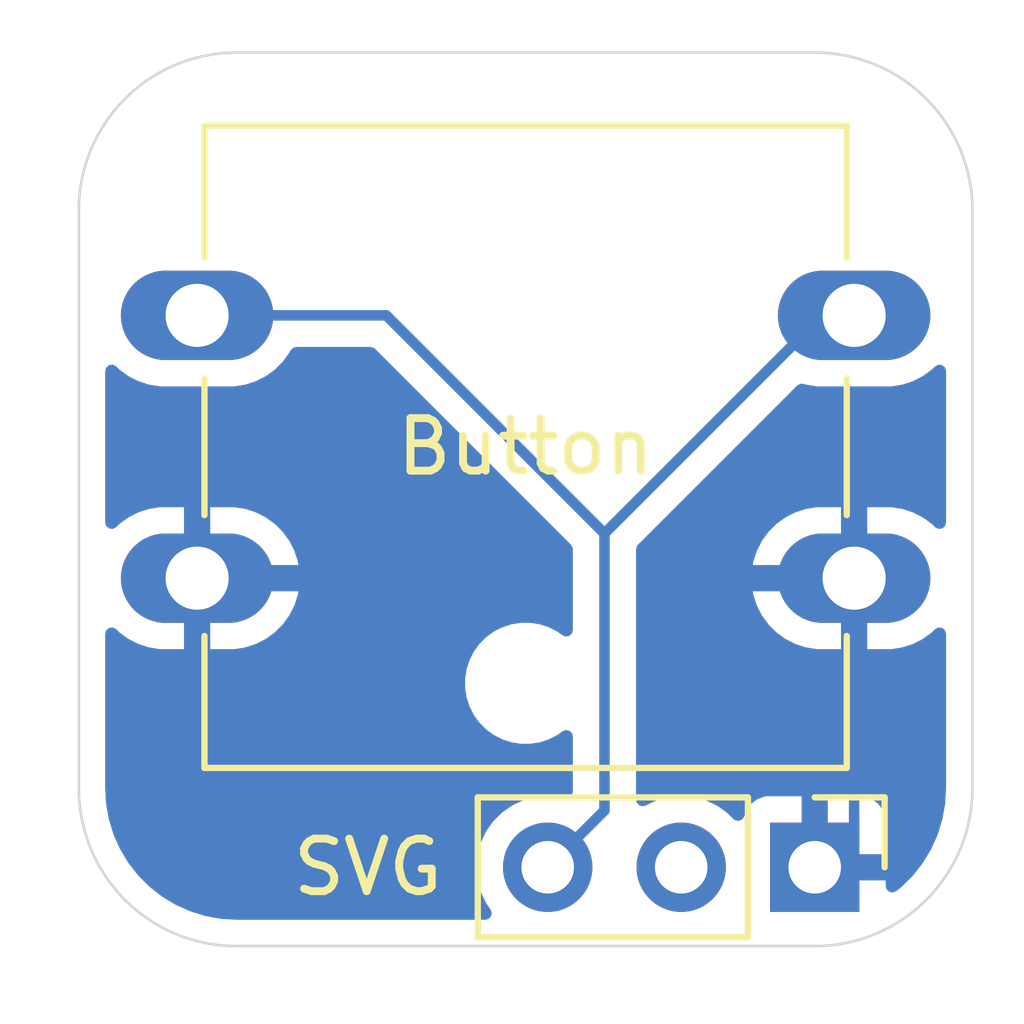
<source format=kicad_pcb>
(kicad_pcb (version 20240108) (generator "pcbnew") (generator_version "8.0")
  (layers (0 "F.Cu" signal) (31 "B.Cu" signal) (34 "B.Paste" user) (35 "F.Paste" user) (36 "B.SilkS" user "B.Silkscreen") (37 "F.SilkS" user "F.Silkscreen") (38 "B.Mask" user) (39 "F.Mask" user) (44 "Edge.Cuts" user))
  (net 0 "")
  (net 1 "/SIGNAL")
  (net 3 "/GND")
  (footprint "Connector_PinHeader_2.54mm:PinHeader_1x03_P2.54mm_Vertical" (layer "F.Cu") (at 111.5 62.5 -90)
    (property "Reference" "SVG" (at 0 8.5 0) (layer "F.SilkS"))
    (property "Value" "Conn_01x03_Pin")
    (fp_line (start -1.33 6.41) (end 1.33 6.41) (stroke (width 0.12)) (layer "F.SilkS"))
    (fp_line (start -1.33 1.27) (end -1.33 6.41) (stroke (width 0.12)) (layer "F.SilkS"))
    (fp_line (start -1.33 1.27) (end 1.33 1.27) (stroke (width 0.12)) (layer "F.SilkS"))
    (fp_line (start 1.33 1.27) (end 1.33 6.41) (stroke (width 0.12)) (layer "F.SilkS"))
    (fp_line (start -1.33 0) (end -1.33 -1.33) (stroke (width 0.12)) (layer "F.SilkS"))
    (fp_line (start -1.33 -1.33) (end 0 -1.33) (stroke (width 0.12)) (layer "F.SilkS"))
    (pad "1" thru_hole rect (at 0 0 270) (size 1.7 1.7) (drill 1) (layers "*.Cu" "*.Mask") (net 3 "/GND"))
    (pad "2" thru_hole oval (at 0 2.54 270) (size 1.7 1.7) (drill 1) (layers "*.Cu" "*.Mask"))
    (pad "3" thru_hole oval (at 0 5.08 270) (size 1.7 1.7) (drill 1) (layers "*.Cu" "*.Mask") (net 1 "/SIGNAL"))
  )
  (footprint "Button_Switch_THT:SW_SPST_Omron_B3F-40xx" (layer "F.Cu") (at 99.75 52)
    (property "Reference" "Button" (at 6.25 2.5 0) (layer "F.SilkS"))
    (property "Value" "SW_Push")
    (fp_line (start 0.14 -3.61) (end 0.14 -1.1) (stroke (width 0.12)) (layer "F.SilkS"))
    (fp_line (start 0.14 -3.61) (end 12.36 -3.61) (stroke (width 0.12)) (layer "F.SilkS"))
    (fp_line (start 0.14 1.2) (end 0.14 3.8) (stroke (width 0.12)) (layer "F.SilkS"))
    (fp_line (start 0.14 6.1) (end 0.14 8.61) (stroke (width 0.12)) (layer "F.SilkS"))
    (fp_line (start 12.36 -3.61) (end 12.36 -1.1) (stroke (width 0.12)) (layer "F.SilkS"))
    (fp_line (start 12.36 1.2) (end 12.36 3.8) (stroke (width 0.12)) (layer "F.SilkS"))
    (fp_line (start 12.36 6.1) (end 12.36 8.61) (stroke (width 0.12)) (layer "F.SilkS"))
    (fp_line (start 12.36 8.61) (end 0.14 8.61) (stroke (width 0.12)) (layer "F.SilkS"))
    (pad "" np_thru_hole circle (at 6.25 -2) (size 1.8 1.8) (drill 1.8) (layers "F&B.Cu" "*.Mask"))
    (pad "" np_thru_hole circle (at 6.25 7) (size 1.8 1.8) (drill 1.8) (layers "F&B.Cu" "*.Mask"))
    (pad "1" thru_hole oval (at 0 0) (size 2.9 1.7) (drill 1.2) (layers "*.Cu" "*.Mask") (net 1 "/SIGNAL"))
    (pad "1" thru_hole oval (at 12.5 0) (size 2.9 1.7) (drill 1.2) (layers "*.Cu" "*.Mask") (net 1 "/SIGNAL"))
    (pad "2" thru_hole oval (at 0 5) (size 2.9 1.7) (drill 1.2) (layers "*.Cu" "*.Mask") (net 3 "/GND"))
    (pad "2" thru_hole oval (at 12.5 5) (size 2.9 1.7) (drill 1.2) (layers "*.Cu" "*.Mask") (net 3 "/GND"))
  )
  (gr_line (start 100.5 64) (end 111.5 64) (stroke (width 0.05)) (layer "Edge.Cuts"))
  (gr_line (start 97.5 50) (end 97.5 61) (stroke (width 0.05)) (layer "Edge.Cuts"))
  (gr_line (start 114.5 50) (end 114.5 61) (stroke (width 0.05)) (layer "Edge.Cuts"))
  (gr_arc (start 97.5 50) (mid 98.37868 47.87868) (end 100.5 47) (stroke (width 0.05)) (layer "Edge.Cuts"))
  (gr_arc (start 111.5 47) (mid 113.62132 47.87868) (end 114.5 50) (stroke (width 0.05)) (layer "Edge.Cuts"))
  (gr_line (start 100.5 47) (end 111.5 47) (stroke (width 0.05)) (layer "Edge.Cuts"))
  (gr_arc (start 114.5 61) (mid 113.62132 63.12132) (end 111.5 64) (stroke (width 0.05)) (layer "Edge.Cuts"))
  (gr_arc (start 100.5 64) (mid 98.37868 63.12132) (end 97.5 61) (stroke (width 0.05)) (layer "Edge.Cuts"))
  (segment (start 112.25 52) (end 111.65 52) (width 0.2) (layer "B.Cu") (net 1))
  (segment (start 107.5 56.15) (end 107.5 61.42) (width 0.2) (layer "B.Cu") (net 1))
  (segment (start 107.5 61.42) (end 106.42 62.5) (width 0.2) (layer "B.Cu") (net 1))
  (segment (start 111.65 52) (end 107.5 56.15) (width 0.2) (layer "B.Cu") (net 1))
  (segment (start 99.75 52) (end 103.35 52) (width 0.2) (layer "B.Cu") (net 1))
  (segment (start 103.35 52) (end 107.5 56.15) (width 0.2) (layer "B.Cu") (net 1))
  (segment (start 112.25 57) (end 112.25 61.75) (width 0.2) (layer "B.Cu") (net 3))
  (segment (start 112.25 61.75) (end 111.5 62.5) (width 0.2) (layer "B.Cu") (net 3))
  (zone (net 3) (net_name "/GND") (layer "B.Cu") (connect_pads (clearance 0.5)) (min_thickness 0.25) (fill yes (thermal_gap 0.5) (thermal_bridge_width 0.5))
    (polygon (pts (xy 115.5 46) (xy 97.5 46) (xy 96 54.5) (xy 97 65) (xy 115.5 65.5)))
  )
)
</source>
